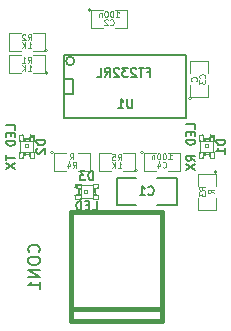
<source format=gbo>
G04 (created by PCBNEW (25-Oct-2014 BZR 4029)-stable) date 2015年05月14日 星期四 14时54分29秒*
%MOIN*%
G04 Gerber Fmt 3.4, Leading zero omitted, Abs format*
%FSLAX34Y34*%
G01*
G70*
G90*
G04 APERTURE LIST*
%ADD10C,0.00590551*%
%ADD11C,0.005*%
%ADD12C,0.015*%
%ADD13C,0.0039*%
%ADD14C,0.0026*%
%ADD15C,0.004*%
%ADD16C,0.002*%
%ADD17C,0.008*%
%ADD18C,0.0043*%
G04 APERTURE END LIST*
G54D10*
G54D11*
X46841Y-19650D02*
G75*
G03X46841Y-19650I-141J0D01*
G74*
G01*
X46500Y-20750D02*
X46800Y-20750D01*
X46800Y-20750D02*
X46800Y-20250D01*
X46800Y-20250D02*
X46500Y-20250D01*
X50550Y-19450D02*
X46500Y-19450D01*
X46500Y-21550D02*
X50550Y-21550D01*
X46500Y-21550D02*
X46500Y-19450D01*
X50550Y-21550D02*
X50550Y-19450D01*
G54D12*
X49766Y-27917D02*
X46734Y-27917D01*
X49766Y-28311D02*
X46734Y-28311D01*
X46734Y-28311D02*
X46734Y-24689D01*
X46734Y-24689D02*
X49766Y-24689D01*
X49766Y-24689D02*
X49766Y-28311D01*
G54D11*
X48250Y-24450D02*
X48250Y-23550D01*
X48250Y-23550D02*
X48900Y-23550D01*
X49600Y-24450D02*
X50250Y-24450D01*
X50250Y-24450D02*
X50250Y-23550D01*
X50250Y-23550D02*
X49600Y-23550D01*
X48900Y-24450D02*
X48250Y-24450D01*
G54D13*
X47400Y-17950D02*
G75*
G03X47400Y-17950I-50J0D01*
G74*
G01*
X47800Y-17950D02*
X47400Y-17950D01*
X47400Y-17950D02*
X47400Y-18550D01*
X47400Y-18550D02*
X47800Y-18550D01*
X48200Y-18550D02*
X48600Y-18550D01*
X48600Y-18550D02*
X48600Y-17950D01*
X48600Y-17950D02*
X48200Y-17950D01*
X49150Y-22700D02*
G75*
G03X49150Y-22700I-50J0D01*
G74*
G01*
X49550Y-22700D02*
X49150Y-22700D01*
X49150Y-22700D02*
X49150Y-23300D01*
X49150Y-23300D02*
X49550Y-23300D01*
X49950Y-23300D02*
X50350Y-23300D01*
X50350Y-23300D02*
X50350Y-22700D01*
X50350Y-22700D02*
X49950Y-22700D01*
X50750Y-20900D02*
G75*
G03X50750Y-20900I-50J0D01*
G74*
G01*
X50700Y-20450D02*
X50700Y-20850D01*
X50700Y-20850D02*
X51300Y-20850D01*
X51300Y-20850D02*
X51300Y-20450D01*
X51300Y-20050D02*
X51300Y-19650D01*
X51300Y-19650D02*
X50700Y-19650D01*
X50700Y-19650D02*
X50700Y-20050D01*
X45950Y-20050D02*
G75*
G03X45950Y-20050I-50J0D01*
G74*
G01*
X45450Y-20050D02*
X45850Y-20050D01*
X45850Y-20050D02*
X45850Y-19450D01*
X45850Y-19450D02*
X45450Y-19450D01*
X45050Y-19450D02*
X44650Y-19450D01*
X44650Y-19450D02*
X44650Y-20050D01*
X44650Y-20050D02*
X45050Y-20050D01*
X45950Y-19300D02*
G75*
G03X45950Y-19300I-50J0D01*
G74*
G01*
X45450Y-19300D02*
X45850Y-19300D01*
X45850Y-19300D02*
X45850Y-18700D01*
X45850Y-18700D02*
X45450Y-18700D01*
X45050Y-18700D02*
X44650Y-18700D01*
X44650Y-18700D02*
X44650Y-19300D01*
X44650Y-19300D02*
X45050Y-19300D01*
X51600Y-23350D02*
G75*
G03X51600Y-23350I-50J0D01*
G74*
G01*
X51550Y-23800D02*
X51550Y-23400D01*
X51550Y-23400D02*
X50950Y-23400D01*
X50950Y-23400D02*
X50950Y-23800D01*
X50950Y-24200D02*
X50950Y-24600D01*
X50950Y-24600D02*
X51550Y-24600D01*
X51550Y-24600D02*
X51550Y-24200D01*
X46150Y-22700D02*
G75*
G03X46150Y-22700I-50J0D01*
G74*
G01*
X46550Y-22700D02*
X46150Y-22700D01*
X46150Y-22700D02*
X46150Y-23300D01*
X46150Y-23300D02*
X46550Y-23300D01*
X46950Y-23300D02*
X47350Y-23300D01*
X47350Y-23300D02*
X47350Y-22700D01*
X47350Y-22700D02*
X46950Y-22700D01*
X48950Y-23300D02*
G75*
G03X48950Y-23300I-50J0D01*
G74*
G01*
X48450Y-23300D02*
X48850Y-23300D01*
X48850Y-23300D02*
X48850Y-22700D01*
X48850Y-22700D02*
X48450Y-22700D01*
X48050Y-22700D02*
X47650Y-22700D01*
X47650Y-22700D02*
X47650Y-23300D01*
X47650Y-23300D02*
X48050Y-23300D01*
G54D14*
X51132Y-22304D02*
X51004Y-22304D01*
X51004Y-22304D02*
X51004Y-22107D01*
X51132Y-22107D02*
X51004Y-22107D01*
X51132Y-22304D02*
X51132Y-22107D01*
X51377Y-22304D02*
X51318Y-22304D01*
X51318Y-22304D02*
X51318Y-22205D01*
X51377Y-22205D02*
X51318Y-22205D01*
X51377Y-22304D02*
X51377Y-22205D01*
X51182Y-22304D02*
X51123Y-22304D01*
X51123Y-22304D02*
X51123Y-22205D01*
X51182Y-22205D02*
X51123Y-22205D01*
X51182Y-22304D02*
X51182Y-22205D01*
X51328Y-22304D02*
X51172Y-22304D01*
X51172Y-22304D02*
X51172Y-22235D01*
X51328Y-22235D02*
X51172Y-22235D01*
X51328Y-22304D02*
X51328Y-22235D01*
X51132Y-22893D02*
X51004Y-22893D01*
X51004Y-22893D02*
X51004Y-22696D01*
X51132Y-22696D02*
X51004Y-22696D01*
X51132Y-22893D02*
X51132Y-22696D01*
X51496Y-22893D02*
X51368Y-22893D01*
X51368Y-22893D02*
X51368Y-22696D01*
X51496Y-22696D02*
X51368Y-22696D01*
X51496Y-22893D02*
X51496Y-22696D01*
X51182Y-22795D02*
X51123Y-22795D01*
X51123Y-22795D02*
X51123Y-22696D01*
X51182Y-22696D02*
X51123Y-22696D01*
X51182Y-22795D02*
X51182Y-22696D01*
X51377Y-22795D02*
X51318Y-22795D01*
X51318Y-22795D02*
X51318Y-22696D01*
X51377Y-22696D02*
X51318Y-22696D01*
X51377Y-22795D02*
X51377Y-22696D01*
X51328Y-22765D02*
X51172Y-22765D01*
X51172Y-22765D02*
X51172Y-22696D01*
X51328Y-22696D02*
X51172Y-22696D01*
X51328Y-22765D02*
X51328Y-22696D01*
X51289Y-22500D02*
X51211Y-22500D01*
X51211Y-22500D02*
X51211Y-22422D01*
X51289Y-22422D02*
X51211Y-22422D01*
X51289Y-22500D02*
X51289Y-22422D01*
X51486Y-22304D02*
X51368Y-22304D01*
X51368Y-22304D02*
X51368Y-22186D01*
X51486Y-22186D02*
X51368Y-22186D01*
X51486Y-22304D02*
X51486Y-22186D01*
X51496Y-22136D02*
X51407Y-22136D01*
X51407Y-22136D02*
X51407Y-22107D01*
X51496Y-22107D02*
X51407Y-22107D01*
X51496Y-22136D02*
X51496Y-22107D01*
G54D15*
X51024Y-22294D02*
X51024Y-22706D01*
X51476Y-22696D02*
X51476Y-22136D01*
G54D16*
X51455Y-22166D02*
G75*
G03X51455Y-22166I-28J0D01*
G74*
G01*
G54D15*
X51387Y-22107D02*
G75*
G02X51113Y-22107I-137J0D01*
G74*
G01*
X51113Y-22893D02*
G75*
G02X51387Y-22893I137J0D01*
G74*
G01*
G54D14*
X45132Y-22304D02*
X45004Y-22304D01*
X45004Y-22304D02*
X45004Y-22107D01*
X45132Y-22107D02*
X45004Y-22107D01*
X45132Y-22304D02*
X45132Y-22107D01*
X45377Y-22304D02*
X45318Y-22304D01*
X45318Y-22304D02*
X45318Y-22205D01*
X45377Y-22205D02*
X45318Y-22205D01*
X45377Y-22304D02*
X45377Y-22205D01*
X45182Y-22304D02*
X45123Y-22304D01*
X45123Y-22304D02*
X45123Y-22205D01*
X45182Y-22205D02*
X45123Y-22205D01*
X45182Y-22304D02*
X45182Y-22205D01*
X45328Y-22304D02*
X45172Y-22304D01*
X45172Y-22304D02*
X45172Y-22235D01*
X45328Y-22235D02*
X45172Y-22235D01*
X45328Y-22304D02*
X45328Y-22235D01*
X45132Y-22893D02*
X45004Y-22893D01*
X45004Y-22893D02*
X45004Y-22696D01*
X45132Y-22696D02*
X45004Y-22696D01*
X45132Y-22893D02*
X45132Y-22696D01*
X45496Y-22893D02*
X45368Y-22893D01*
X45368Y-22893D02*
X45368Y-22696D01*
X45496Y-22696D02*
X45368Y-22696D01*
X45496Y-22893D02*
X45496Y-22696D01*
X45182Y-22795D02*
X45123Y-22795D01*
X45123Y-22795D02*
X45123Y-22696D01*
X45182Y-22696D02*
X45123Y-22696D01*
X45182Y-22795D02*
X45182Y-22696D01*
X45377Y-22795D02*
X45318Y-22795D01*
X45318Y-22795D02*
X45318Y-22696D01*
X45377Y-22696D02*
X45318Y-22696D01*
X45377Y-22795D02*
X45377Y-22696D01*
X45328Y-22765D02*
X45172Y-22765D01*
X45172Y-22765D02*
X45172Y-22696D01*
X45328Y-22696D02*
X45172Y-22696D01*
X45328Y-22765D02*
X45328Y-22696D01*
X45289Y-22500D02*
X45211Y-22500D01*
X45211Y-22500D02*
X45211Y-22422D01*
X45289Y-22422D02*
X45211Y-22422D01*
X45289Y-22500D02*
X45289Y-22422D01*
X45486Y-22304D02*
X45368Y-22304D01*
X45368Y-22304D02*
X45368Y-22186D01*
X45486Y-22186D02*
X45368Y-22186D01*
X45486Y-22304D02*
X45486Y-22186D01*
X45496Y-22136D02*
X45407Y-22136D01*
X45407Y-22136D02*
X45407Y-22107D01*
X45496Y-22107D02*
X45407Y-22107D01*
X45496Y-22136D02*
X45496Y-22107D01*
G54D15*
X45024Y-22294D02*
X45024Y-22706D01*
X45476Y-22696D02*
X45476Y-22136D01*
G54D16*
X45455Y-22166D02*
G75*
G03X45455Y-22166I-28J0D01*
G74*
G01*
G54D15*
X45387Y-22107D02*
G75*
G02X45113Y-22107I-137J0D01*
G74*
G01*
X45113Y-22893D02*
G75*
G02X45387Y-22893I137J0D01*
G74*
G01*
G54D14*
X47054Y-24118D02*
X47054Y-24246D01*
X47054Y-24246D02*
X46857Y-24246D01*
X46857Y-24118D02*
X46857Y-24246D01*
X47054Y-24118D02*
X46857Y-24118D01*
X47054Y-23873D02*
X47054Y-23932D01*
X47054Y-23932D02*
X46955Y-23932D01*
X46955Y-23873D02*
X46955Y-23932D01*
X47054Y-23873D02*
X46955Y-23873D01*
X47054Y-24068D02*
X47054Y-24127D01*
X47054Y-24127D02*
X46955Y-24127D01*
X46955Y-24068D02*
X46955Y-24127D01*
X47054Y-24068D02*
X46955Y-24068D01*
X47054Y-23922D02*
X47054Y-24078D01*
X47054Y-24078D02*
X46985Y-24078D01*
X46985Y-23922D02*
X46985Y-24078D01*
X47054Y-23922D02*
X46985Y-23922D01*
X47643Y-24118D02*
X47643Y-24246D01*
X47643Y-24246D02*
X47446Y-24246D01*
X47446Y-24118D02*
X47446Y-24246D01*
X47643Y-24118D02*
X47446Y-24118D01*
X47643Y-23754D02*
X47643Y-23882D01*
X47643Y-23882D02*
X47446Y-23882D01*
X47446Y-23754D02*
X47446Y-23882D01*
X47643Y-23754D02*
X47446Y-23754D01*
X47545Y-24068D02*
X47545Y-24127D01*
X47545Y-24127D02*
X47446Y-24127D01*
X47446Y-24068D02*
X47446Y-24127D01*
X47545Y-24068D02*
X47446Y-24068D01*
X47545Y-23873D02*
X47545Y-23932D01*
X47545Y-23932D02*
X47446Y-23932D01*
X47446Y-23873D02*
X47446Y-23932D01*
X47545Y-23873D02*
X47446Y-23873D01*
X47515Y-23922D02*
X47515Y-24078D01*
X47515Y-24078D02*
X47446Y-24078D01*
X47446Y-23922D02*
X47446Y-24078D01*
X47515Y-23922D02*
X47446Y-23922D01*
X47250Y-23961D02*
X47250Y-24039D01*
X47250Y-24039D02*
X47172Y-24039D01*
X47172Y-23961D02*
X47172Y-24039D01*
X47250Y-23961D02*
X47172Y-23961D01*
X47054Y-23764D02*
X47054Y-23882D01*
X47054Y-23882D02*
X46936Y-23882D01*
X46936Y-23764D02*
X46936Y-23882D01*
X47054Y-23764D02*
X46936Y-23764D01*
X46886Y-23754D02*
X46886Y-23843D01*
X46886Y-23843D02*
X46857Y-23843D01*
X46857Y-23754D02*
X46857Y-23843D01*
X46886Y-23754D02*
X46857Y-23754D01*
G54D15*
X47044Y-24226D02*
X47456Y-24226D01*
X47446Y-23774D02*
X46886Y-23774D01*
G54D16*
X46944Y-23823D02*
G75*
G03X46944Y-23823I-28J0D01*
G74*
G01*
G54D15*
X46857Y-23863D02*
G75*
G02X46857Y-24137I0J-137D01*
G74*
G01*
X47643Y-24137D02*
G75*
G02X47643Y-23863I0J137D01*
G74*
G01*
G54D11*
X48778Y-20921D02*
X48778Y-21164D01*
X48764Y-21192D01*
X48750Y-21207D01*
X48721Y-21221D01*
X48664Y-21221D01*
X48635Y-21207D01*
X48621Y-21192D01*
X48607Y-21164D01*
X48607Y-20921D01*
X48307Y-21221D02*
X48478Y-21221D01*
X48392Y-21221D02*
X48392Y-20921D01*
X48421Y-20964D01*
X48450Y-20992D01*
X48478Y-21007D01*
X49271Y-20014D02*
X49371Y-20014D01*
X49371Y-20171D02*
X49371Y-19871D01*
X49228Y-19871D01*
X49157Y-19871D02*
X48985Y-19871D01*
X49071Y-20171D02*
X49071Y-19871D01*
X48899Y-19900D02*
X48885Y-19885D01*
X48857Y-19871D01*
X48785Y-19871D01*
X48757Y-19885D01*
X48742Y-19900D01*
X48728Y-19928D01*
X48728Y-19957D01*
X48742Y-20000D01*
X48914Y-20171D01*
X48728Y-20171D01*
X48628Y-19871D02*
X48442Y-19871D01*
X48542Y-19985D01*
X48499Y-19985D01*
X48471Y-20000D01*
X48457Y-20014D01*
X48442Y-20042D01*
X48442Y-20114D01*
X48457Y-20142D01*
X48471Y-20157D01*
X48499Y-20171D01*
X48585Y-20171D01*
X48614Y-20157D01*
X48628Y-20142D01*
X48328Y-19900D02*
X48314Y-19885D01*
X48285Y-19871D01*
X48214Y-19871D01*
X48185Y-19885D01*
X48171Y-19900D01*
X48157Y-19928D01*
X48157Y-19957D01*
X48171Y-20000D01*
X48342Y-20171D01*
X48157Y-20171D01*
X47857Y-20171D02*
X47957Y-20028D01*
X48028Y-20171D02*
X48028Y-19871D01*
X47914Y-19871D01*
X47885Y-19885D01*
X47871Y-19900D01*
X47857Y-19928D01*
X47857Y-19971D01*
X47871Y-20000D01*
X47885Y-20014D01*
X47914Y-20028D01*
X48028Y-20028D01*
X47585Y-20171D02*
X47728Y-20171D01*
X47728Y-19871D01*
G54D17*
X45656Y-26014D02*
X45675Y-25995D01*
X45694Y-25938D01*
X45694Y-25900D01*
X45675Y-25842D01*
X45637Y-25804D01*
X45599Y-25785D01*
X45523Y-25766D01*
X45466Y-25766D01*
X45390Y-25785D01*
X45352Y-25804D01*
X45313Y-25842D01*
X45294Y-25900D01*
X45294Y-25938D01*
X45313Y-25995D01*
X45333Y-26014D01*
X45294Y-26261D02*
X45294Y-26338D01*
X45313Y-26376D01*
X45352Y-26414D01*
X45428Y-26433D01*
X45561Y-26433D01*
X45637Y-26414D01*
X45675Y-26376D01*
X45694Y-26338D01*
X45694Y-26261D01*
X45675Y-26223D01*
X45637Y-26185D01*
X45561Y-26166D01*
X45428Y-26166D01*
X45352Y-26185D01*
X45313Y-26223D01*
X45294Y-26261D01*
X45694Y-26604D02*
X45294Y-26604D01*
X45694Y-26833D01*
X45294Y-26833D01*
X45694Y-27233D02*
X45694Y-27004D01*
X45694Y-27119D02*
X45294Y-27119D01*
X45352Y-27080D01*
X45390Y-27042D01*
X45409Y-27004D01*
G54D11*
X49300Y-24092D02*
X49314Y-24107D01*
X49357Y-24121D01*
X49385Y-24121D01*
X49428Y-24107D01*
X49457Y-24078D01*
X49471Y-24050D01*
X49485Y-23992D01*
X49485Y-23950D01*
X49471Y-23892D01*
X49457Y-23864D01*
X49428Y-23835D01*
X49385Y-23821D01*
X49357Y-23821D01*
X49314Y-23835D01*
X49300Y-23850D01*
X49014Y-24121D02*
X49185Y-24121D01*
X49100Y-24121D02*
X49100Y-23821D01*
X49128Y-23864D01*
X49157Y-23892D01*
X49185Y-23907D01*
G54D18*
X48032Y-18435D02*
X48042Y-18445D01*
X48070Y-18454D01*
X48089Y-18454D01*
X48117Y-18445D01*
X48136Y-18426D01*
X48145Y-18407D01*
X48154Y-18370D01*
X48154Y-18342D01*
X48145Y-18304D01*
X48136Y-18285D01*
X48117Y-18267D01*
X48089Y-18257D01*
X48070Y-18257D01*
X48042Y-18267D01*
X48032Y-18276D01*
X47957Y-18276D02*
X47948Y-18267D01*
X47929Y-18257D01*
X47882Y-18257D01*
X47863Y-18267D01*
X47854Y-18276D01*
X47845Y-18295D01*
X47845Y-18314D01*
X47854Y-18342D01*
X47967Y-18454D01*
X47845Y-18454D01*
X48220Y-18179D02*
X48333Y-18179D01*
X48276Y-18179D02*
X48276Y-17982D01*
X48295Y-18010D01*
X48314Y-18029D01*
X48333Y-18039D01*
X48098Y-17982D02*
X48079Y-17982D01*
X48060Y-17992D01*
X48051Y-18001D01*
X48042Y-18020D01*
X48032Y-18057D01*
X48032Y-18104D01*
X48042Y-18142D01*
X48051Y-18160D01*
X48060Y-18170D01*
X48079Y-18179D01*
X48098Y-18179D01*
X48117Y-18170D01*
X48126Y-18160D01*
X48136Y-18142D01*
X48145Y-18104D01*
X48145Y-18057D01*
X48136Y-18020D01*
X48126Y-18001D01*
X48117Y-17992D01*
X48098Y-17982D01*
X47910Y-17982D02*
X47892Y-17982D01*
X47873Y-17992D01*
X47863Y-18001D01*
X47854Y-18020D01*
X47845Y-18057D01*
X47845Y-18104D01*
X47854Y-18142D01*
X47863Y-18160D01*
X47873Y-18170D01*
X47892Y-18179D01*
X47910Y-18179D01*
X47929Y-18170D01*
X47939Y-18160D01*
X47948Y-18142D01*
X47957Y-18104D01*
X47957Y-18057D01*
X47948Y-18020D01*
X47939Y-18001D01*
X47929Y-17992D01*
X47910Y-17982D01*
X47760Y-18048D02*
X47760Y-18179D01*
X47760Y-18067D02*
X47751Y-18057D01*
X47732Y-18048D01*
X47704Y-18048D01*
X47685Y-18057D01*
X47676Y-18076D01*
X47676Y-18179D01*
X49782Y-23185D02*
X49792Y-23195D01*
X49820Y-23204D01*
X49839Y-23204D01*
X49867Y-23195D01*
X49886Y-23176D01*
X49895Y-23157D01*
X49904Y-23120D01*
X49904Y-23092D01*
X49895Y-23054D01*
X49886Y-23035D01*
X49867Y-23017D01*
X49839Y-23007D01*
X49820Y-23007D01*
X49792Y-23017D01*
X49782Y-23026D01*
X49613Y-23073D02*
X49613Y-23204D01*
X49660Y-22998D02*
X49707Y-23139D01*
X49585Y-23139D01*
X49970Y-22929D02*
X50083Y-22929D01*
X50026Y-22929D02*
X50026Y-22732D01*
X50045Y-22760D01*
X50064Y-22779D01*
X50083Y-22789D01*
X49848Y-22732D02*
X49829Y-22732D01*
X49810Y-22742D01*
X49801Y-22751D01*
X49792Y-22770D01*
X49782Y-22807D01*
X49782Y-22854D01*
X49792Y-22892D01*
X49801Y-22910D01*
X49810Y-22920D01*
X49829Y-22929D01*
X49848Y-22929D01*
X49867Y-22920D01*
X49876Y-22910D01*
X49886Y-22892D01*
X49895Y-22854D01*
X49895Y-22807D01*
X49886Y-22770D01*
X49876Y-22751D01*
X49867Y-22742D01*
X49848Y-22732D01*
X49660Y-22732D02*
X49642Y-22732D01*
X49623Y-22742D01*
X49613Y-22751D01*
X49604Y-22770D01*
X49595Y-22807D01*
X49595Y-22854D01*
X49604Y-22892D01*
X49613Y-22910D01*
X49623Y-22920D01*
X49642Y-22929D01*
X49660Y-22929D01*
X49679Y-22920D01*
X49689Y-22910D01*
X49698Y-22892D01*
X49707Y-22854D01*
X49707Y-22807D01*
X49698Y-22770D01*
X49689Y-22751D01*
X49679Y-22742D01*
X49660Y-22732D01*
X49510Y-22798D02*
X49510Y-22929D01*
X49510Y-22817D02*
X49501Y-22807D01*
X49482Y-22798D01*
X49454Y-22798D01*
X49435Y-22807D01*
X49426Y-22826D01*
X49426Y-22929D01*
X51185Y-20217D02*
X51195Y-20207D01*
X51204Y-20179D01*
X51204Y-20160D01*
X51195Y-20132D01*
X51176Y-20113D01*
X51157Y-20104D01*
X51120Y-20095D01*
X51092Y-20095D01*
X51054Y-20104D01*
X51035Y-20113D01*
X51017Y-20132D01*
X51007Y-20160D01*
X51007Y-20179D01*
X51017Y-20207D01*
X51026Y-20217D01*
X51007Y-20282D02*
X51007Y-20404D01*
X51082Y-20339D01*
X51082Y-20367D01*
X51092Y-20386D01*
X51101Y-20395D01*
X51120Y-20404D01*
X51167Y-20404D01*
X51185Y-20395D01*
X51195Y-20386D01*
X51204Y-20367D01*
X51204Y-20310D01*
X51195Y-20292D01*
X51185Y-20282D01*
X50910Y-20310D02*
X50920Y-20301D01*
X50929Y-20273D01*
X50929Y-20254D01*
X50920Y-20226D01*
X50901Y-20207D01*
X50882Y-20198D01*
X50845Y-20189D01*
X50817Y-20189D01*
X50779Y-20198D01*
X50760Y-20207D01*
X50742Y-20226D01*
X50732Y-20254D01*
X50732Y-20273D01*
X50742Y-20301D01*
X50751Y-20310D01*
X45282Y-19704D02*
X45348Y-19610D01*
X45395Y-19704D02*
X45395Y-19507D01*
X45320Y-19507D01*
X45301Y-19517D01*
X45292Y-19526D01*
X45282Y-19545D01*
X45282Y-19573D01*
X45292Y-19592D01*
X45301Y-19601D01*
X45320Y-19610D01*
X45395Y-19610D01*
X45095Y-19704D02*
X45207Y-19704D01*
X45151Y-19704D02*
X45151Y-19507D01*
X45170Y-19535D01*
X45189Y-19554D01*
X45207Y-19564D01*
X45292Y-19979D02*
X45404Y-19979D01*
X45348Y-19979D02*
X45348Y-19782D01*
X45367Y-19810D01*
X45386Y-19829D01*
X45404Y-19839D01*
X45207Y-19979D02*
X45207Y-19782D01*
X45095Y-19979D02*
X45179Y-19867D01*
X45095Y-19782D02*
X45207Y-19895D01*
X45282Y-18954D02*
X45348Y-18860D01*
X45395Y-18954D02*
X45395Y-18757D01*
X45320Y-18757D01*
X45301Y-18767D01*
X45292Y-18776D01*
X45282Y-18795D01*
X45282Y-18823D01*
X45292Y-18842D01*
X45301Y-18851D01*
X45320Y-18860D01*
X45395Y-18860D01*
X45207Y-18776D02*
X45198Y-18767D01*
X45179Y-18757D01*
X45132Y-18757D01*
X45113Y-18767D01*
X45104Y-18776D01*
X45095Y-18795D01*
X45095Y-18814D01*
X45104Y-18842D01*
X45217Y-18954D01*
X45095Y-18954D01*
X45292Y-19229D02*
X45404Y-19229D01*
X45348Y-19229D02*
X45348Y-19032D01*
X45367Y-19060D01*
X45386Y-19079D01*
X45404Y-19089D01*
X45207Y-19229D02*
X45207Y-19032D01*
X45095Y-19229D02*
X45179Y-19117D01*
X45095Y-19032D02*
X45207Y-19145D01*
X51204Y-23967D02*
X51110Y-23901D01*
X51204Y-23854D02*
X51007Y-23854D01*
X51007Y-23929D01*
X51017Y-23948D01*
X51026Y-23957D01*
X51045Y-23967D01*
X51073Y-23967D01*
X51092Y-23957D01*
X51101Y-23948D01*
X51110Y-23929D01*
X51110Y-23854D01*
X51007Y-24032D02*
X51007Y-24154D01*
X51082Y-24089D01*
X51082Y-24117D01*
X51092Y-24136D01*
X51101Y-24145D01*
X51120Y-24154D01*
X51167Y-24154D01*
X51185Y-24145D01*
X51195Y-24136D01*
X51204Y-24117D01*
X51204Y-24060D01*
X51195Y-24042D01*
X51185Y-24032D01*
X51479Y-24060D02*
X51385Y-23995D01*
X51479Y-23948D02*
X51282Y-23948D01*
X51282Y-24023D01*
X51292Y-24042D01*
X51301Y-24051D01*
X51320Y-24060D01*
X51348Y-24060D01*
X51367Y-24051D01*
X51376Y-24042D01*
X51385Y-24023D01*
X51385Y-23948D01*
X46782Y-23204D02*
X46848Y-23110D01*
X46895Y-23204D02*
X46895Y-23007D01*
X46820Y-23007D01*
X46801Y-23017D01*
X46792Y-23026D01*
X46782Y-23045D01*
X46782Y-23073D01*
X46792Y-23092D01*
X46801Y-23101D01*
X46820Y-23110D01*
X46895Y-23110D01*
X46613Y-23073D02*
X46613Y-23204D01*
X46660Y-22998D02*
X46707Y-23139D01*
X46585Y-23139D01*
X46689Y-22929D02*
X46754Y-22835D01*
X46801Y-22929D02*
X46801Y-22732D01*
X46726Y-22732D01*
X46707Y-22742D01*
X46698Y-22751D01*
X46689Y-22770D01*
X46689Y-22798D01*
X46698Y-22817D01*
X46707Y-22826D01*
X46726Y-22835D01*
X46801Y-22835D01*
X48282Y-22954D02*
X48348Y-22860D01*
X48395Y-22954D02*
X48395Y-22757D01*
X48320Y-22757D01*
X48301Y-22767D01*
X48292Y-22776D01*
X48282Y-22795D01*
X48282Y-22823D01*
X48292Y-22842D01*
X48301Y-22851D01*
X48320Y-22860D01*
X48395Y-22860D01*
X48104Y-22757D02*
X48198Y-22757D01*
X48207Y-22851D01*
X48198Y-22842D01*
X48179Y-22832D01*
X48132Y-22832D01*
X48113Y-22842D01*
X48104Y-22851D01*
X48095Y-22870D01*
X48095Y-22917D01*
X48104Y-22935D01*
X48113Y-22945D01*
X48132Y-22954D01*
X48179Y-22954D01*
X48198Y-22945D01*
X48207Y-22935D01*
X48292Y-23229D02*
X48404Y-23229D01*
X48348Y-23229D02*
X48348Y-23032D01*
X48367Y-23060D01*
X48386Y-23079D01*
X48404Y-23089D01*
X48207Y-23229D02*
X48207Y-23032D01*
X48095Y-23229D02*
X48179Y-23117D01*
X48095Y-23032D02*
X48207Y-23145D01*
G54D11*
X51871Y-22278D02*
X51571Y-22278D01*
X51571Y-22350D01*
X51585Y-22392D01*
X51614Y-22421D01*
X51642Y-22435D01*
X51700Y-22450D01*
X51742Y-22450D01*
X51800Y-22435D01*
X51828Y-22421D01*
X51857Y-22392D01*
X51871Y-22350D01*
X51871Y-22278D01*
X51871Y-22735D02*
X51871Y-22564D01*
X51871Y-22650D02*
X51571Y-22650D01*
X51614Y-22621D01*
X51642Y-22592D01*
X51657Y-22564D01*
X50871Y-21900D02*
X50871Y-21757D01*
X50571Y-21757D01*
X50714Y-22000D02*
X50714Y-22100D01*
X50871Y-22142D02*
X50871Y-22000D01*
X50571Y-22000D01*
X50571Y-22142D01*
X50871Y-22271D02*
X50571Y-22271D01*
X50571Y-22342D01*
X50585Y-22385D01*
X50614Y-22414D01*
X50642Y-22428D01*
X50700Y-22442D01*
X50742Y-22442D01*
X50800Y-22428D01*
X50828Y-22414D01*
X50857Y-22385D01*
X50871Y-22342D01*
X50871Y-22271D01*
X50871Y-22971D02*
X50728Y-22871D01*
X50871Y-22800D02*
X50571Y-22800D01*
X50571Y-22914D01*
X50585Y-22942D01*
X50600Y-22957D01*
X50628Y-22971D01*
X50671Y-22971D01*
X50700Y-22957D01*
X50714Y-22942D01*
X50728Y-22914D01*
X50728Y-22800D01*
X50571Y-23071D02*
X50871Y-23271D01*
X50571Y-23271D02*
X50871Y-23071D01*
X45871Y-22278D02*
X45571Y-22278D01*
X45571Y-22350D01*
X45585Y-22392D01*
X45614Y-22421D01*
X45642Y-22435D01*
X45700Y-22450D01*
X45742Y-22450D01*
X45800Y-22435D01*
X45828Y-22421D01*
X45857Y-22392D01*
X45871Y-22350D01*
X45871Y-22278D01*
X45600Y-22564D02*
X45585Y-22578D01*
X45571Y-22607D01*
X45571Y-22678D01*
X45585Y-22707D01*
X45600Y-22721D01*
X45628Y-22735D01*
X45657Y-22735D01*
X45700Y-22721D01*
X45871Y-22550D01*
X45871Y-22735D01*
X44871Y-21935D02*
X44871Y-21792D01*
X44571Y-21792D01*
X44714Y-22035D02*
X44714Y-22135D01*
X44871Y-22178D02*
X44871Y-22035D01*
X44571Y-22035D01*
X44571Y-22178D01*
X44871Y-22307D02*
X44571Y-22307D01*
X44571Y-22378D01*
X44585Y-22421D01*
X44614Y-22450D01*
X44642Y-22464D01*
X44700Y-22478D01*
X44742Y-22478D01*
X44800Y-22464D01*
X44828Y-22450D01*
X44857Y-22421D01*
X44871Y-22378D01*
X44871Y-22307D01*
X44571Y-22792D02*
X44571Y-22964D01*
X44871Y-22878D02*
X44571Y-22878D01*
X44571Y-23035D02*
X44871Y-23235D01*
X44571Y-23235D02*
X44871Y-23035D01*
X47471Y-23621D02*
X47471Y-23321D01*
X47400Y-23321D01*
X47357Y-23335D01*
X47328Y-23364D01*
X47314Y-23392D01*
X47300Y-23450D01*
X47300Y-23492D01*
X47314Y-23550D01*
X47328Y-23578D01*
X47357Y-23607D01*
X47400Y-23621D01*
X47471Y-23621D01*
X47200Y-23321D02*
X47014Y-23321D01*
X47114Y-23435D01*
X47071Y-23435D01*
X47042Y-23450D01*
X47028Y-23464D01*
X47014Y-23492D01*
X47014Y-23564D01*
X47028Y-23592D01*
X47042Y-23607D01*
X47071Y-23621D01*
X47157Y-23621D01*
X47185Y-23607D01*
X47200Y-23592D01*
X47442Y-24621D02*
X47585Y-24621D01*
X47585Y-24321D01*
X47342Y-24464D02*
X47242Y-24464D01*
X47200Y-24621D02*
X47342Y-24621D01*
X47342Y-24321D01*
X47200Y-24321D01*
X47071Y-24621D02*
X47071Y-24321D01*
X47000Y-24321D01*
X46957Y-24335D01*
X46928Y-24364D01*
X46914Y-24392D01*
X46900Y-24450D01*
X46900Y-24492D01*
X46914Y-24550D01*
X46928Y-24578D01*
X46957Y-24607D01*
X47000Y-24621D01*
X47071Y-24621D01*
M02*

</source>
